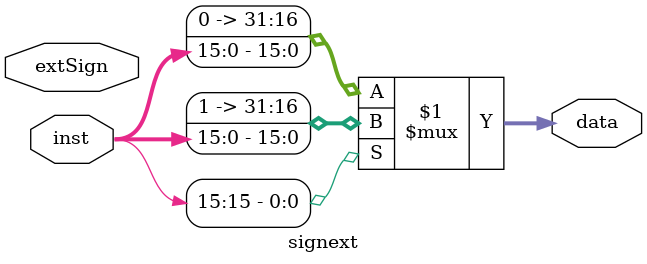
<source format=v>
`timescale 1ns / 1ps


module signext(
    input extSign,
    input [15:0] inst,
    output [31:0] data
    );
    assign data=inst[15]?{16'hffff,inst}:{16'h0000,inst};
    
endmodule

</source>
